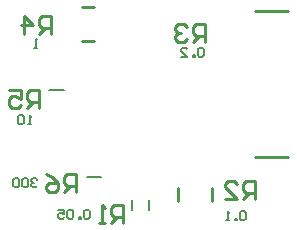
<source format=gbo>
%FSLAX24Y24*%
%MOIN*%
G70*
G01*
G75*
G04 Layer_Color=32896*
%ADD10R,0.0512X0.0217*%
%ADD11R,0.0197X0.0354*%
%ADD12R,0.0354X0.0197*%
%ADD13O,0.0118X0.0650*%
%ADD14C,0.0120*%
%ADD15C,0.0150*%
%ADD16C,0.0200*%
%ADD17C,0.1102*%
%ADD18C,0.0591*%
%ADD19R,0.0591X0.0591*%
%ADD20R,0.0591X0.0591*%
%ADD21C,0.0661*%
%ADD22C,0.0400*%
%ADD23C,0.1500*%
%ADD24R,0.0551X0.0472*%
%ADD25R,0.0669X0.0433*%
%ADD26R,0.0450X0.0700*%
%ADD27R,0.1161X0.0661*%
%ADD28R,0.1161X0.3902*%
%ADD29R,0.0700X0.0450*%
%ADD30C,0.0098*%
%ADD31C,0.0100*%
%ADD32C,0.0079*%
%ADD33C,0.0039*%
%ADD34C,0.0050*%
%ADD35C,0.0080*%
%ADD36R,0.0572X0.0277*%
%ADD37R,0.0257X0.0414*%
%ADD38R,0.0414X0.0257*%
%ADD39O,0.0178X0.0710*%
%ADD40C,0.1162*%
%ADD41C,0.0651*%
%ADD42R,0.0651X0.0651*%
%ADD43R,0.0651X0.0651*%
%ADD44C,0.0721*%
%ADD45C,0.0460*%
%ADD46C,0.1560*%
%ADD47R,0.0611X0.0532*%
%ADD48R,0.0729X0.0493*%
%ADD49R,0.0510X0.0760*%
%ADD50R,0.1221X0.0721*%
%ADD51R,0.1221X0.3962*%
%ADD52R,0.0760X0.0510*%
D31*
X19976Y11193D02*
Y11606D01*
X18854Y11193D02*
Y11606D01*
X21400Y17523D02*
X22522D01*
X21400Y12641D02*
X22522D01*
X15643Y16524D02*
X16056D01*
X15643Y17646D02*
X16056D01*
X15450Y11500D02*
Y12100D01*
X15150D01*
X15050Y12000D01*
Y11800D01*
X15150Y11700D01*
X15450D01*
X15250D02*
X15050Y11500D01*
X14450Y12100D02*
X14650Y12000D01*
X14850Y11800D01*
Y11600D01*
X14750Y11500D01*
X14550D01*
X14450Y11600D01*
Y11700D01*
X14550Y11800D01*
X14850D01*
X14200Y14300D02*
Y14900D01*
X13900D01*
X13800Y14800D01*
Y14600D01*
X13900Y14500D01*
X14200D01*
X14000D02*
X13800Y14300D01*
X13200Y14900D02*
X13600D01*
Y14600D01*
X13400Y14700D01*
X13300D01*
X13200Y14600D01*
Y14400D01*
X13300Y14300D01*
X13500D01*
X13600Y14400D01*
X14600Y16750D02*
Y17350D01*
X14300D01*
X14200Y17250D01*
Y17050D01*
X14300Y16950D01*
X14600D01*
X14400D02*
X14200Y16750D01*
X13700D02*
Y17350D01*
X14000Y17050D01*
X13600D01*
X19750Y16500D02*
Y17100D01*
X19450D01*
X19350Y17000D01*
Y16800D01*
X19450Y16700D01*
X19750D01*
X19550D02*
X19350Y16500D01*
X19150Y17000D02*
X19050Y17100D01*
X18850D01*
X18750Y17000D01*
Y16900D01*
X18850Y16800D01*
X18950D01*
X18850D01*
X18750Y16700D01*
Y16600D01*
X18850Y16500D01*
X19050D01*
X19150Y16600D01*
X21400Y11250D02*
Y11850D01*
X21100D01*
X21000Y11750D01*
Y11550D01*
X21100Y11450D01*
X21400D01*
X21200D02*
X21000Y11250D01*
X20400D02*
X20800D01*
X20400Y11650D01*
Y11750D01*
X20500Y11850D01*
X20700D01*
X20800Y11750D01*
X17000Y10450D02*
Y11050D01*
X16700D01*
X16600Y10950D01*
Y10750D01*
X16700Y10650D01*
X17000D01*
X16800D02*
X16600Y10450D01*
X16400D02*
X16200D01*
X16300D01*
Y11050D01*
X16400Y10950D01*
D32*
X14564Y14900D02*
X15036D01*
X15814Y12000D02*
X16286D01*
X17305Y10893D02*
Y11207D01*
X17895Y10893D02*
Y11207D01*
D34*
X15900Y10850D02*
X15850Y10900D01*
X15750D01*
X15700Y10850D01*
Y10650D01*
X15750Y10600D01*
X15850D01*
X15900Y10650D01*
Y10850D01*
X15600Y10600D02*
Y10650D01*
X15550D01*
Y10600D01*
X15600D01*
X15350Y10850D02*
X15300Y10900D01*
X15200D01*
X15150Y10850D01*
Y10650D01*
X15200Y10600D01*
X15300D01*
X15350Y10650D01*
Y10850D01*
X14850Y10900D02*
X15050D01*
Y10750D01*
X14950Y10800D01*
X14900D01*
X14850Y10750D01*
Y10650D01*
X14900Y10600D01*
X15000D01*
X15050Y10650D01*
X21100Y10800D02*
X21050Y10850D01*
X20950D01*
X20900Y10800D01*
Y10600D01*
X20950Y10550D01*
X21050D01*
X21100Y10600D01*
Y10800D01*
X20800Y10550D02*
Y10600D01*
X20750D01*
Y10550D01*
X20800D01*
X20550D02*
X20450D01*
X20500D01*
Y10850D01*
X20550Y10800D01*
X19700Y16250D02*
X19650Y16300D01*
X19550D01*
X19500Y16250D01*
Y16050D01*
X19550Y16000D01*
X19650D01*
X19700Y16050D01*
Y16250D01*
X19400Y16000D02*
Y16050D01*
X19350D01*
Y16000D01*
X19400D01*
X18950D02*
X19150D01*
X18950Y16200D01*
Y16250D01*
X19000Y16300D01*
X19100D01*
X19150Y16250D01*
X14150Y16300D02*
X14050D01*
X14100D01*
Y16600D01*
X14150Y16550D01*
X13950Y13750D02*
X13850D01*
X13900D01*
Y14050D01*
X13950Y14000D01*
X13700D02*
X13650Y14050D01*
X13550D01*
X13500Y14000D01*
Y13800D01*
X13550Y13750D01*
X13650D01*
X13700Y13800D01*
Y14000D01*
X14150Y11900D02*
X14100Y11950D01*
X14000D01*
X13950Y11900D01*
Y11850D01*
X14000Y11800D01*
X14050D01*
X14000D01*
X13950Y11750D01*
Y11700D01*
X14000Y11650D01*
X14100D01*
X14150Y11700D01*
X13850Y11900D02*
X13800Y11950D01*
X13700D01*
X13650Y11900D01*
Y11700D01*
X13700Y11650D01*
X13800D01*
X13850Y11700D01*
Y11900D01*
X13550D02*
X13500Y11950D01*
X13400D01*
X13350Y11900D01*
Y11700D01*
X13400Y11650D01*
X13500D01*
X13550Y11700D01*
Y11900D01*
M02*

</source>
